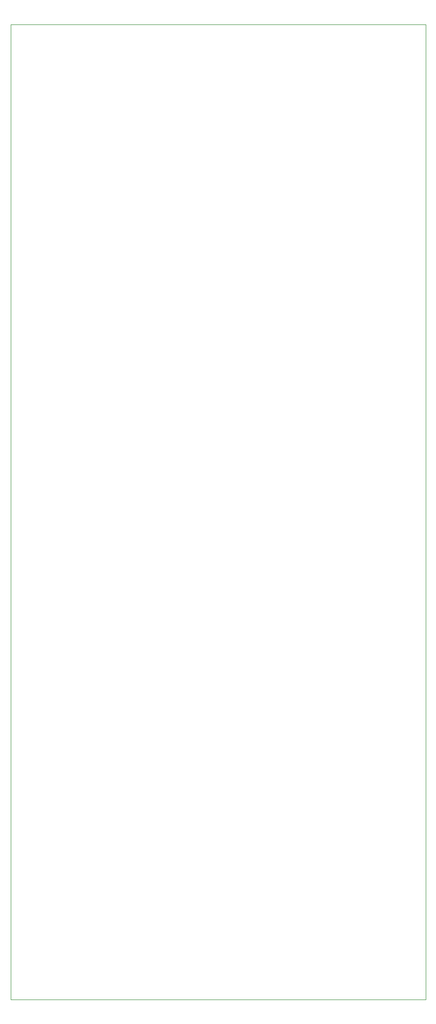
<source format=gbr>
%TF.GenerationSoftware,KiCad,Pcbnew,9.0.6*%
%TF.CreationDate,2026-01-20T20:27:34+11:00*%
%TF.ProjectId,attenuverter,61747465-6e75-4766-9572-7465722e6b69,rev?*%
%TF.SameCoordinates,Original*%
%TF.FileFunction,Profile,NP*%
%FSLAX46Y46*%
G04 Gerber Fmt 4.6, Leading zero omitted, Abs format (unit mm)*
G04 Created by KiCad (PCBNEW 9.0.6) date 2026-01-20 20:27:34*
%MOMM*%
%LPD*%
G01*
G04 APERTURE LIST*
%TA.AperFunction,Profile*%
%ADD10C,0.050000*%
%TD*%
G04 APERTURE END LIST*
D10*
X20300000Y-18100000D02*
X92200000Y-18100000D01*
X92200000Y-186800000D01*
X20300000Y-186800000D01*
X20300000Y-18100000D01*
M02*

</source>
